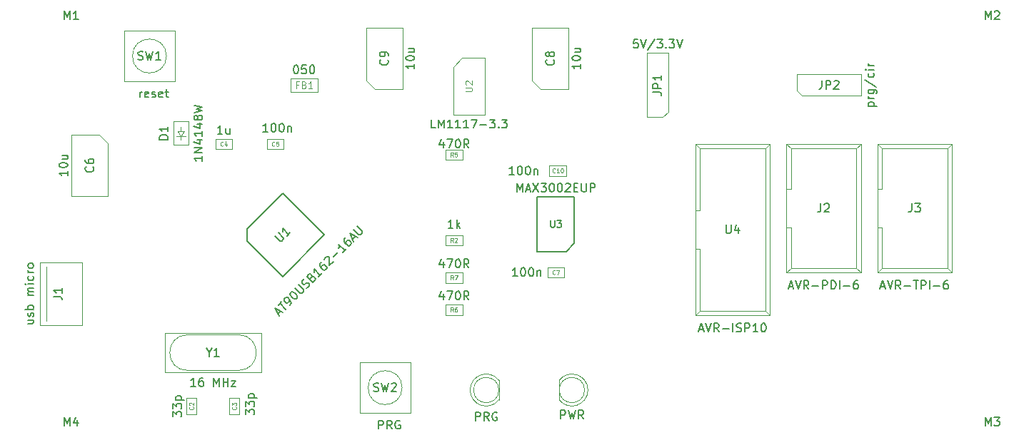
<source format=gbr>
%TF.GenerationSoftware,KiCad,Pcbnew,5.1.5-1.fc31*%
%TF.CreationDate,2020-04-02T16:35:23+02:00*%
%TF.ProjectId,avrisp-mkII-clone,61767269-7370-42d6-9d6b-49492d636c6f,1.0*%
%TF.SameCoordinates,PX54c81a0PY82ce540*%
%TF.FileFunction,Other,Fab,Top*%
%FSLAX46Y46*%
G04 Gerber Fmt 4.6, Leading zero omitted, Abs format (unit mm)*
G04 Created by KiCad (PCBNEW 5.1.5-1.fc31) date 2020-04-02 16:35:23*
%MOMM*%
%LPD*%
G04 APERTURE LIST*
%ADD10C,0.100000*%
%ADD11C,0.150000*%
%ADD12C,0.080000*%
%ADD13C,0.120000*%
G04 APERTURE END LIST*
D10*
%TO.C,SW1*%
X12140000Y49010000D02*
X15140000Y49010000D01*
X15140000Y49010000D02*
X15140000Y43010000D01*
X15140000Y43010000D02*
X9140000Y43010000D01*
X9140000Y43010000D02*
X9140000Y49010000D01*
X9140000Y49010000D02*
X12140000Y49010000D01*
X14155564Y46010000D02*
G75*
G03X14155564Y46010000I-2015564J0D01*
G01*
%TO.C,D1*%
X15875000Y37080000D02*
X15875000Y37580000D01*
X16275000Y37080000D02*
X15875000Y36480000D01*
X15475000Y37080000D02*
X16275000Y37080000D01*
X15875000Y36480000D02*
X15475000Y37080000D01*
X15875000Y36480000D02*
X16425000Y36480000D01*
X15875000Y36480000D02*
X15325000Y36480000D01*
X15875000Y36080000D02*
X15875000Y36480000D01*
X16775000Y35430000D02*
X14975000Y35430000D01*
X16775000Y38230000D02*
X16775000Y35430000D01*
X14975000Y38230000D02*
X16775000Y38230000D01*
X14975000Y35430000D02*
X14975000Y38230000D01*
%TO.C,C9*%
X42155000Y49370000D02*
X37855000Y49370000D01*
X42155000Y42070000D02*
X42155000Y49370000D01*
X38855000Y42070000D02*
X42155000Y42070000D01*
X37855000Y43070000D02*
X38855000Y42070000D01*
X37855000Y49370000D02*
X37855000Y43070000D01*
%TO.C,C8*%
X61840000Y49370000D02*
X57540000Y49370000D01*
X61840000Y42070000D02*
X61840000Y49370000D01*
X58540000Y42070000D02*
X61840000Y42070000D01*
X57540000Y43070000D02*
X58540000Y42070000D01*
X57540000Y49370000D02*
X57540000Y43070000D01*
%TO.C,C6*%
X2930000Y29370000D02*
X7230000Y29370000D01*
X2930000Y36670000D02*
X2930000Y29370000D01*
X6230000Y36670000D02*
X2930000Y36670000D01*
X7230000Y35670000D02*
X6230000Y36670000D01*
X7230000Y29370000D02*
X7230000Y35670000D01*
%TO.C,J3*%
X98445000Y20300000D02*
X98995000Y20860000D01*
X98445000Y35580000D02*
X98995000Y35040000D01*
X107295000Y20300000D02*
X106745000Y20860000D01*
X107295000Y35580000D02*
X106745000Y35040000D01*
X106745000Y20860000D02*
X98995000Y20860000D01*
X107295000Y20300000D02*
X98445000Y20300000D01*
X106745000Y35040000D02*
X98995000Y35040000D01*
X107295000Y35580000D02*
X98445000Y35580000D01*
X98995000Y25690000D02*
X98445000Y25690000D01*
X98995000Y30190000D02*
X98445000Y30190000D01*
X98995000Y25690000D02*
X98995000Y20860000D01*
X98995000Y35040000D02*
X98995000Y30190000D01*
X98445000Y35580000D02*
X98445000Y20300000D01*
X106745000Y35040000D02*
X106745000Y20860000D01*
X107295000Y35580000D02*
X107295000Y20300000D01*
%TO.C,J2*%
X87650000Y20300000D02*
X88200000Y20860000D01*
X87650000Y35580000D02*
X88200000Y35040000D01*
X96500000Y20300000D02*
X95950000Y20860000D01*
X96500000Y35580000D02*
X95950000Y35040000D01*
X95950000Y20860000D02*
X88200000Y20860000D01*
X96500000Y20300000D02*
X87650000Y20300000D01*
X95950000Y35040000D02*
X88200000Y35040000D01*
X96500000Y35580000D02*
X87650000Y35580000D01*
X88200000Y25690000D02*
X87650000Y25690000D01*
X88200000Y30190000D02*
X87650000Y30190000D01*
X88200000Y25690000D02*
X88200000Y20860000D01*
X88200000Y35040000D02*
X88200000Y30190000D01*
X87650000Y35580000D02*
X87650000Y20300000D01*
X95950000Y35040000D02*
X95950000Y20860000D01*
X96500000Y35580000D02*
X96500000Y20300000D01*
%TO.C,C2*%
X16545000Y5445000D02*
X17745000Y5445000D01*
X17745000Y5445000D02*
X17745000Y3445000D01*
X17745000Y3445000D02*
X16545000Y3445000D01*
X16545000Y3445000D02*
X16545000Y5445000D01*
%TO.C,C3*%
X21625000Y5445000D02*
X22825000Y5445000D01*
X22825000Y5445000D02*
X22825000Y3445000D01*
X22825000Y3445000D02*
X21625000Y3445000D01*
X21625000Y3445000D02*
X21625000Y5445000D01*
%TO.C,C4*%
X19955000Y36160000D02*
X21955000Y36160000D01*
X19955000Y34960000D02*
X19955000Y36160000D01*
X21955000Y34960000D02*
X19955000Y34960000D01*
X21955000Y36160000D02*
X21955000Y34960000D01*
%TO.C,C5*%
X28060000Y36160000D02*
X28060000Y34960000D01*
X28060000Y34960000D02*
X26060000Y34960000D01*
X26060000Y34960000D02*
X26060000Y36160000D01*
X26060000Y36160000D02*
X28060000Y36160000D01*
%TO.C,C7*%
X59325000Y20920000D02*
X61325000Y20920000D01*
X59325000Y19720000D02*
X59325000Y20920000D01*
X61325000Y19720000D02*
X59325000Y19720000D01*
X61325000Y20920000D02*
X61325000Y19720000D01*
%TO.C,C10*%
X59570000Y31785000D02*
X59570000Y32985000D01*
X59570000Y32985000D02*
X61570000Y32985000D01*
X61570000Y32985000D02*
X61570000Y31785000D01*
X61570000Y31785000D02*
X59570000Y31785000D01*
%TO.C,D2*%
X60729445Y5184524D02*
G75*
G03X60730000Y7516190I1500555J1165476D01*
G01*
X63730000Y6350000D02*
G75*
G03X63730000Y6350000I-1500000J0D01*
G01*
X60730000Y7516190D02*
X60730000Y5183810D01*
%TO.C,D3*%
X53570000Y5183810D02*
X53570000Y7516190D01*
X53570000Y6350000D02*
G75*
G03X53570000Y6350000I-1500000J0D01*
G01*
X53570555Y7515476D02*
G75*
G03X53570000Y5183810I-1500555J-1165476D01*
G01*
%TO.C,FB1*%
X32080000Y43345000D02*
X32080000Y41745000D01*
X32080000Y41745000D02*
X28880000Y41745000D01*
X28880000Y41745000D02*
X28880000Y43345000D01*
X28880000Y43345000D02*
X32080000Y43345000D01*
%TO.C,J1*%
X-810000Y14030000D02*
X-810000Y21530000D01*
X4190000Y14030000D02*
X-810000Y14030000D01*
X4190000Y21530000D02*
X4190000Y14030000D01*
X-810000Y21530000D02*
X4190000Y21530000D01*
X-110000Y21030000D02*
X-110000Y14530000D01*
%TO.C,JP1*%
X73025000Y38735000D02*
X71120000Y38735000D01*
X71120000Y38735000D02*
X71120000Y46355000D01*
X71120000Y46355000D02*
X73660000Y46355000D01*
X73660000Y46355000D02*
X73660000Y39370000D01*
X73660000Y39370000D02*
X73025000Y38735000D01*
%TO.C,JP2*%
X89535000Y41275000D02*
X88900000Y41910000D01*
X96520000Y41275000D02*
X89535000Y41275000D01*
X96520000Y43815000D02*
X96520000Y41275000D01*
X88900000Y43815000D02*
X96520000Y43815000D01*
X88900000Y41910000D02*
X88900000Y43815000D01*
%TO.C,R2*%
X47260000Y23530000D02*
X47260000Y24730000D01*
X47260000Y24730000D02*
X49260000Y24730000D01*
X49260000Y24730000D02*
X49260000Y23530000D01*
X49260000Y23530000D02*
X47260000Y23530000D01*
%TO.C,R5*%
X47260000Y33690000D02*
X47260000Y34890000D01*
X47260000Y34890000D02*
X49260000Y34890000D01*
X49260000Y34890000D02*
X49260000Y33690000D01*
X49260000Y33690000D02*
X47260000Y33690000D01*
%TO.C,R6*%
X47260000Y16475000D02*
X49260000Y16475000D01*
X47260000Y15275000D02*
X47260000Y16475000D01*
X49260000Y15275000D02*
X47260000Y15275000D01*
X49260000Y16475000D02*
X49260000Y15275000D01*
%TO.C,R7*%
X47260000Y20285000D02*
X49260000Y20285000D01*
X47260000Y19085000D02*
X47260000Y20285000D01*
X49260000Y19085000D02*
X47260000Y19085000D01*
X49260000Y20285000D02*
X49260000Y19085000D01*
%TO.C,SW2*%
X42095564Y6640000D02*
G75*
G03X42095564Y6640000I-2015564J0D01*
G01*
X37080000Y9640000D02*
X40080000Y9640000D01*
X37080000Y3640000D02*
X37080000Y9640000D01*
X43080000Y3640000D02*
X37080000Y3640000D01*
X43080000Y9640000D02*
X43080000Y3640000D01*
X40080000Y9640000D02*
X43080000Y9640000D01*
D11*
%TO.C,U1*%
X23697359Y25472107D02*
X27940000Y29714747D01*
X27940000Y29714747D02*
X32889747Y24765000D01*
X32889747Y24765000D02*
X27940000Y19815253D01*
X27940000Y19815253D02*
X23697359Y24057893D01*
X23697359Y24057893D02*
X23697359Y25472107D01*
D10*
%TO.C,U2*%
X48188000Y44718000D02*
X49238000Y45768000D01*
X48188000Y44718000D02*
X48188000Y39068000D01*
X49238000Y45768000D02*
X51888000Y45768000D01*
X48188000Y39068000D02*
X51888000Y39068000D01*
X51888000Y45768000D02*
X51888000Y39068000D01*
D11*
%TO.C,U3*%
X61525000Y22785000D02*
X58125000Y22785000D01*
X58125000Y22785000D02*
X58125000Y29285000D01*
X58125000Y29285000D02*
X62525000Y29285000D01*
X62525000Y29285000D02*
X62525000Y23785000D01*
X62525000Y23785000D02*
X61525000Y22785000D01*
D10*
%TO.C,U4*%
X85705000Y35580000D02*
X85705000Y15220000D01*
X85155000Y35040000D02*
X85155000Y15780000D01*
X76855000Y35580000D02*
X76855000Y15220000D01*
X77405000Y35040000D02*
X77405000Y27650000D01*
X77405000Y23150000D02*
X77405000Y15780000D01*
X77405000Y27650000D02*
X76855000Y27650000D01*
X77405000Y23150000D02*
X76855000Y23150000D01*
X85705000Y35580000D02*
X76855000Y35580000D01*
X85155000Y35040000D02*
X77405000Y35040000D01*
X85705000Y15220000D02*
X76855000Y15220000D01*
X85155000Y15780000D02*
X77405000Y15780000D01*
X85705000Y35580000D02*
X85155000Y35040000D01*
X85705000Y15220000D02*
X85155000Y15780000D01*
X76855000Y35580000D02*
X77405000Y35040000D01*
X76855000Y15220000D02*
X77405000Y15780000D01*
%TO.C,Y1*%
X13985000Y13145000D02*
X13985000Y8445000D01*
X13985000Y8445000D02*
X25385000Y8445000D01*
X25385000Y8445000D02*
X25385000Y13145000D01*
X25385000Y13145000D02*
X13985000Y13145000D01*
X16670000Y12910000D02*
X22700000Y12910000D01*
X16670000Y8680000D02*
X22700000Y8680000D01*
X16670000Y8680000D02*
G75*
G02X16670000Y12910000I0J2115000D01*
G01*
X22700000Y8680000D02*
G75*
G03X22700000Y12910000I0J2115000D01*
G01*
%TD*%
%TO.C,M4*%
D11*
X2030476Y2087620D02*
X2030476Y3087620D01*
X2363809Y2373334D01*
X2697142Y3087620D01*
X2697142Y2087620D01*
X3601904Y2754286D02*
X3601904Y2087620D01*
X3363809Y3135239D02*
X3125714Y2420953D01*
X3744761Y2420953D01*
%TO.C,M3*%
X111250476Y2087620D02*
X111250476Y3087620D01*
X111583809Y2373334D01*
X111917142Y3087620D01*
X111917142Y2087620D01*
X112298095Y3087620D02*
X112917142Y3087620D01*
X112583809Y2706667D01*
X112726666Y2706667D01*
X112821904Y2659048D01*
X112869523Y2611429D01*
X112917142Y2516191D01*
X112917142Y2278096D01*
X112869523Y2182858D01*
X112821904Y2135239D01*
X112726666Y2087620D01*
X112440952Y2087620D01*
X112345714Y2135239D01*
X112298095Y2182858D01*
%TO.C,M2*%
X111250476Y50347620D02*
X111250476Y51347620D01*
X111583809Y50633334D01*
X111917142Y51347620D01*
X111917142Y50347620D01*
X112345714Y51252381D02*
X112393333Y51300000D01*
X112488571Y51347620D01*
X112726666Y51347620D01*
X112821904Y51300000D01*
X112869523Y51252381D01*
X112917142Y51157143D01*
X112917142Y51061905D01*
X112869523Y50919048D01*
X112298095Y50347620D01*
X112917142Y50347620D01*
%TO.C,M1*%
X2030476Y50347620D02*
X2030476Y51347620D01*
X2363809Y50633334D01*
X2697142Y51347620D01*
X2697142Y50347620D01*
X3697142Y50347620D02*
X3125714Y50347620D01*
X3411428Y50347620D02*
X3411428Y51347620D01*
X3316190Y51204762D01*
X3220952Y51109524D01*
X3125714Y51061905D01*
%TO.C,SW1*%
X11020952Y41107620D02*
X11020952Y41774286D01*
X11020952Y41583810D02*
X11068571Y41679048D01*
X11116190Y41726667D01*
X11211428Y41774286D01*
X11306666Y41774286D01*
X12020952Y41155239D02*
X11925714Y41107620D01*
X11735238Y41107620D01*
X11640000Y41155239D01*
X11592380Y41250477D01*
X11592380Y41631429D01*
X11640000Y41726667D01*
X11735238Y41774286D01*
X11925714Y41774286D01*
X12020952Y41726667D01*
X12068571Y41631429D01*
X12068571Y41536191D01*
X11592380Y41440953D01*
X12449523Y41155239D02*
X12544761Y41107620D01*
X12735238Y41107620D01*
X12830476Y41155239D01*
X12878095Y41250477D01*
X12878095Y41298096D01*
X12830476Y41393334D01*
X12735238Y41440953D01*
X12592380Y41440953D01*
X12497142Y41488572D01*
X12449523Y41583810D01*
X12449523Y41631429D01*
X12497142Y41726667D01*
X12592380Y41774286D01*
X12735238Y41774286D01*
X12830476Y41726667D01*
X13687619Y41155239D02*
X13592380Y41107620D01*
X13401904Y41107620D01*
X13306666Y41155239D01*
X13259047Y41250477D01*
X13259047Y41631429D01*
X13306666Y41726667D01*
X13401904Y41774286D01*
X13592380Y41774286D01*
X13687619Y41726667D01*
X13735238Y41631429D01*
X13735238Y41536191D01*
X13259047Y41440953D01*
X14020952Y41774286D02*
X14401904Y41774286D01*
X14163809Y42107620D02*
X14163809Y41250477D01*
X14211428Y41155239D01*
X14306666Y41107620D01*
X14401904Y41107620D01*
X10806666Y45605239D02*
X10949523Y45557620D01*
X11187619Y45557620D01*
X11282857Y45605239D01*
X11330476Y45652858D01*
X11378095Y45748096D01*
X11378095Y45843334D01*
X11330476Y45938572D01*
X11282857Y45986191D01*
X11187619Y46033810D01*
X10997142Y46081429D01*
X10901904Y46129048D01*
X10854285Y46176667D01*
X10806666Y46271905D01*
X10806666Y46367143D01*
X10854285Y46462381D01*
X10901904Y46510000D01*
X10997142Y46557620D01*
X11235238Y46557620D01*
X11378095Y46510000D01*
X11711428Y46557620D02*
X11949523Y45557620D01*
X12140000Y46271905D01*
X12330476Y45557620D01*
X12568571Y46557620D01*
X13473333Y45557620D02*
X12901904Y45557620D01*
X13187619Y45557620D02*
X13187619Y46557620D01*
X13092380Y46414762D01*
X12997142Y46319524D01*
X12901904Y46271905D01*
%TO.C,D1*%
X18427380Y34115715D02*
X18427380Y33544286D01*
X18427380Y33830000D02*
X17427380Y33830000D01*
X17570238Y33734762D01*
X17665476Y33639524D01*
X17713095Y33544286D01*
X18427380Y34544286D02*
X17427380Y34544286D01*
X18427380Y35115715D01*
X17427380Y35115715D01*
X17760714Y36020477D02*
X18427380Y36020477D01*
X17379761Y35782381D02*
X18094047Y35544286D01*
X18094047Y36163334D01*
X18427380Y37068096D02*
X18427380Y36496667D01*
X18427380Y36782381D02*
X17427380Y36782381D01*
X17570238Y36687143D01*
X17665476Y36591905D01*
X17713095Y36496667D01*
X17760714Y37925239D02*
X18427380Y37925239D01*
X17379761Y37687143D02*
X18094047Y37449048D01*
X18094047Y38068096D01*
X17855952Y38591905D02*
X17808333Y38496667D01*
X17760714Y38449048D01*
X17665476Y38401429D01*
X17617857Y38401429D01*
X17522619Y38449048D01*
X17475000Y38496667D01*
X17427380Y38591905D01*
X17427380Y38782381D01*
X17475000Y38877620D01*
X17522619Y38925239D01*
X17617857Y38972858D01*
X17665476Y38972858D01*
X17760714Y38925239D01*
X17808333Y38877620D01*
X17855952Y38782381D01*
X17855952Y38591905D01*
X17903571Y38496667D01*
X17951190Y38449048D01*
X18046428Y38401429D01*
X18236904Y38401429D01*
X18332142Y38449048D01*
X18379761Y38496667D01*
X18427380Y38591905D01*
X18427380Y38782381D01*
X18379761Y38877620D01*
X18332142Y38925239D01*
X18236904Y38972858D01*
X18046428Y38972858D01*
X17951190Y38925239D01*
X17903571Y38877620D01*
X17855952Y38782381D01*
X17427380Y39306191D02*
X18427380Y39544286D01*
X17713095Y39734762D01*
X18427380Y39925239D01*
X17427380Y40163334D01*
X14327380Y36091905D02*
X13327380Y36091905D01*
X13327380Y36330000D01*
X13375000Y36472858D01*
X13470238Y36568096D01*
X13565476Y36615715D01*
X13755952Y36663334D01*
X13898809Y36663334D01*
X14089285Y36615715D01*
X14184523Y36568096D01*
X14279761Y36472858D01*
X14327380Y36330000D01*
X14327380Y36091905D01*
X14327380Y37615715D02*
X14327380Y37044286D01*
X14327380Y37330000D02*
X13327380Y37330000D01*
X13470238Y37234762D01*
X13565476Y37139524D01*
X13613095Y37044286D01*
%TO.C,C9*%
X43557380Y45077143D02*
X43557380Y44505715D01*
X43557380Y44791429D02*
X42557380Y44791429D01*
X42700238Y44696191D01*
X42795476Y44600953D01*
X42843095Y44505715D01*
X42557380Y45696191D02*
X42557380Y45791429D01*
X42605000Y45886667D01*
X42652619Y45934286D01*
X42747857Y45981905D01*
X42938333Y46029524D01*
X43176428Y46029524D01*
X43366904Y45981905D01*
X43462142Y45934286D01*
X43509761Y45886667D01*
X43557380Y45791429D01*
X43557380Y45696191D01*
X43509761Y45600953D01*
X43462142Y45553334D01*
X43366904Y45505715D01*
X43176428Y45458096D01*
X42938333Y45458096D01*
X42747857Y45505715D01*
X42652619Y45553334D01*
X42605000Y45600953D01*
X42557380Y45696191D01*
X42890714Y46886667D02*
X43557380Y46886667D01*
X42890714Y46458096D02*
X43414523Y46458096D01*
X43509761Y46505715D01*
X43557380Y46600953D01*
X43557380Y46743810D01*
X43509761Y46839048D01*
X43462142Y46886667D01*
X40362142Y45553334D02*
X40409761Y45505715D01*
X40457380Y45362858D01*
X40457380Y45267620D01*
X40409761Y45124762D01*
X40314523Y45029524D01*
X40219285Y44981905D01*
X40028809Y44934286D01*
X39885952Y44934286D01*
X39695476Y44981905D01*
X39600238Y45029524D01*
X39505000Y45124762D01*
X39457380Y45267620D01*
X39457380Y45362858D01*
X39505000Y45505715D01*
X39552619Y45553334D01*
X40457380Y46029524D02*
X40457380Y46220000D01*
X40409761Y46315239D01*
X40362142Y46362858D01*
X40219285Y46458096D01*
X40028809Y46505715D01*
X39647857Y46505715D01*
X39552619Y46458096D01*
X39505000Y46410477D01*
X39457380Y46315239D01*
X39457380Y46124762D01*
X39505000Y46029524D01*
X39552619Y45981905D01*
X39647857Y45934286D01*
X39885952Y45934286D01*
X39981190Y45981905D01*
X40028809Y46029524D01*
X40076428Y46124762D01*
X40076428Y46315239D01*
X40028809Y46410477D01*
X39981190Y46458096D01*
X39885952Y46505715D01*
%TO.C,C8*%
X63242380Y45077143D02*
X63242380Y44505715D01*
X63242380Y44791429D02*
X62242380Y44791429D01*
X62385238Y44696191D01*
X62480476Y44600953D01*
X62528095Y44505715D01*
X62242380Y45696191D02*
X62242380Y45791429D01*
X62290000Y45886667D01*
X62337619Y45934286D01*
X62432857Y45981905D01*
X62623333Y46029524D01*
X62861428Y46029524D01*
X63051904Y45981905D01*
X63147142Y45934286D01*
X63194761Y45886667D01*
X63242380Y45791429D01*
X63242380Y45696191D01*
X63194761Y45600953D01*
X63147142Y45553334D01*
X63051904Y45505715D01*
X62861428Y45458096D01*
X62623333Y45458096D01*
X62432857Y45505715D01*
X62337619Y45553334D01*
X62290000Y45600953D01*
X62242380Y45696191D01*
X62575714Y46886667D02*
X63242380Y46886667D01*
X62575714Y46458096D02*
X63099523Y46458096D01*
X63194761Y46505715D01*
X63242380Y46600953D01*
X63242380Y46743810D01*
X63194761Y46839048D01*
X63147142Y46886667D01*
X60047142Y45553334D02*
X60094761Y45505715D01*
X60142380Y45362858D01*
X60142380Y45267620D01*
X60094761Y45124762D01*
X59999523Y45029524D01*
X59904285Y44981905D01*
X59713809Y44934286D01*
X59570952Y44934286D01*
X59380476Y44981905D01*
X59285238Y45029524D01*
X59190000Y45124762D01*
X59142380Y45267620D01*
X59142380Y45362858D01*
X59190000Y45505715D01*
X59237619Y45553334D01*
X59570952Y46124762D02*
X59523333Y46029524D01*
X59475714Y45981905D01*
X59380476Y45934286D01*
X59332857Y45934286D01*
X59237619Y45981905D01*
X59190000Y46029524D01*
X59142380Y46124762D01*
X59142380Y46315239D01*
X59190000Y46410477D01*
X59237619Y46458096D01*
X59332857Y46505715D01*
X59380476Y46505715D01*
X59475714Y46458096D01*
X59523333Y46410477D01*
X59570952Y46315239D01*
X59570952Y46124762D01*
X59618571Y46029524D01*
X59666190Y45981905D01*
X59761428Y45934286D01*
X59951904Y45934286D01*
X60047142Y45981905D01*
X60094761Y46029524D01*
X60142380Y46124762D01*
X60142380Y46315239D01*
X60094761Y46410477D01*
X60047142Y46458096D01*
X59951904Y46505715D01*
X59761428Y46505715D01*
X59666190Y46458096D01*
X59618571Y46410477D01*
X59570952Y46315239D01*
%TO.C,C6*%
X2432380Y32377143D02*
X2432380Y31805715D01*
X2432380Y32091429D02*
X1432380Y32091429D01*
X1575238Y31996191D01*
X1670476Y31900953D01*
X1718095Y31805715D01*
X1432380Y32996191D02*
X1432380Y33091429D01*
X1480000Y33186667D01*
X1527619Y33234286D01*
X1622857Y33281905D01*
X1813333Y33329524D01*
X2051428Y33329524D01*
X2241904Y33281905D01*
X2337142Y33234286D01*
X2384761Y33186667D01*
X2432380Y33091429D01*
X2432380Y32996191D01*
X2384761Y32900953D01*
X2337142Y32853334D01*
X2241904Y32805715D01*
X2051428Y32758096D01*
X1813333Y32758096D01*
X1622857Y32805715D01*
X1527619Y32853334D01*
X1480000Y32900953D01*
X1432380Y32996191D01*
X1765714Y34186667D02*
X2432380Y34186667D01*
X1765714Y33758096D02*
X2289523Y33758096D01*
X2384761Y33805715D01*
X2432380Y33900953D01*
X2432380Y34043810D01*
X2384761Y34139048D01*
X2337142Y34186667D01*
X5437142Y32853334D02*
X5484761Y32805715D01*
X5532380Y32662858D01*
X5532380Y32567620D01*
X5484761Y32424762D01*
X5389523Y32329524D01*
X5294285Y32281905D01*
X5103809Y32234286D01*
X4960952Y32234286D01*
X4770476Y32281905D01*
X4675238Y32329524D01*
X4580000Y32424762D01*
X4532380Y32567620D01*
X4532380Y32662858D01*
X4580000Y32805715D01*
X4627619Y32853334D01*
X4532380Y33710477D02*
X4532380Y33520000D01*
X4580000Y33424762D01*
X4627619Y33377143D01*
X4770476Y33281905D01*
X4960952Y33234286D01*
X5341904Y33234286D01*
X5437142Y33281905D01*
X5484761Y33329524D01*
X5532380Y33424762D01*
X5532380Y33615239D01*
X5484761Y33710477D01*
X5437142Y33758096D01*
X5341904Y33805715D01*
X5103809Y33805715D01*
X5008571Y33758096D01*
X4960952Y33710477D01*
X4913333Y33615239D01*
X4913333Y33424762D01*
X4960952Y33329524D01*
X5008571Y33281905D01*
X5103809Y33234286D01*
%TO.C,J3*%
X98870000Y18629334D02*
X99346190Y18629334D01*
X98774761Y18343620D02*
X99108095Y19343620D01*
X99441428Y18343620D01*
X99631904Y19343620D02*
X99965238Y18343620D01*
X100298571Y19343620D01*
X101203333Y18343620D02*
X100870000Y18819810D01*
X100631904Y18343620D02*
X100631904Y19343620D01*
X101012857Y19343620D01*
X101108095Y19296000D01*
X101155714Y19248381D01*
X101203333Y19153143D01*
X101203333Y19010286D01*
X101155714Y18915048D01*
X101108095Y18867429D01*
X101012857Y18819810D01*
X100631904Y18819810D01*
X101631904Y18724572D02*
X102393809Y18724572D01*
X102727142Y19343620D02*
X103298571Y19343620D01*
X103012857Y18343620D02*
X103012857Y19343620D01*
X103631904Y18343620D02*
X103631904Y19343620D01*
X104012857Y19343620D01*
X104108095Y19296000D01*
X104155714Y19248381D01*
X104203333Y19153143D01*
X104203333Y19010286D01*
X104155714Y18915048D01*
X104108095Y18867429D01*
X104012857Y18819810D01*
X103631904Y18819810D01*
X104631904Y18343620D02*
X104631904Y19343620D01*
X105108095Y18724572D02*
X105870000Y18724572D01*
X106774761Y19343620D02*
X106584285Y19343620D01*
X106489047Y19296000D01*
X106441428Y19248381D01*
X106346190Y19105524D01*
X106298571Y18915048D01*
X106298571Y18534096D01*
X106346190Y18438858D01*
X106393809Y18391239D01*
X106489047Y18343620D01*
X106679523Y18343620D01*
X106774761Y18391239D01*
X106822380Y18438858D01*
X106870000Y18534096D01*
X106870000Y18772191D01*
X106822380Y18867429D01*
X106774761Y18915048D01*
X106679523Y18962667D01*
X106489047Y18962667D01*
X106393809Y18915048D01*
X106346190Y18867429D01*
X106298571Y18772191D01*
X102536666Y28487620D02*
X102536666Y27773334D01*
X102489047Y27630477D01*
X102393809Y27535239D01*
X102250952Y27487620D01*
X102155714Y27487620D01*
X102917619Y28487620D02*
X103536666Y28487620D01*
X103203333Y28106667D01*
X103346190Y28106667D01*
X103441428Y28059048D01*
X103489047Y28011429D01*
X103536666Y27916191D01*
X103536666Y27678096D01*
X103489047Y27582858D01*
X103441428Y27535239D01*
X103346190Y27487620D01*
X103060476Y27487620D01*
X102965238Y27535239D01*
X102917619Y27582858D01*
%TO.C,J2*%
X87955952Y18629334D02*
X88432142Y18629334D01*
X87860714Y18343620D02*
X88194047Y19343620D01*
X88527380Y18343620D01*
X88717857Y19343620D02*
X89051190Y18343620D01*
X89384523Y19343620D01*
X90289285Y18343620D02*
X89955952Y18819810D01*
X89717857Y18343620D02*
X89717857Y19343620D01*
X90098809Y19343620D01*
X90194047Y19296000D01*
X90241666Y19248381D01*
X90289285Y19153143D01*
X90289285Y19010286D01*
X90241666Y18915048D01*
X90194047Y18867429D01*
X90098809Y18819810D01*
X89717857Y18819810D01*
X90717857Y18724572D02*
X91479761Y18724572D01*
X91955952Y18343620D02*
X91955952Y19343620D01*
X92336904Y19343620D01*
X92432142Y19296000D01*
X92479761Y19248381D01*
X92527380Y19153143D01*
X92527380Y19010286D01*
X92479761Y18915048D01*
X92432142Y18867429D01*
X92336904Y18819810D01*
X91955952Y18819810D01*
X92955952Y18343620D02*
X92955952Y19343620D01*
X93194047Y19343620D01*
X93336904Y19296000D01*
X93432142Y19200762D01*
X93479761Y19105524D01*
X93527380Y18915048D01*
X93527380Y18772191D01*
X93479761Y18581715D01*
X93432142Y18486477D01*
X93336904Y18391239D01*
X93194047Y18343620D01*
X92955952Y18343620D01*
X93955952Y18343620D02*
X93955952Y19343620D01*
X94432142Y18724572D02*
X95194047Y18724572D01*
X96098809Y19343620D02*
X95908333Y19343620D01*
X95813095Y19296000D01*
X95765476Y19248381D01*
X95670238Y19105524D01*
X95622619Y18915048D01*
X95622619Y18534096D01*
X95670238Y18438858D01*
X95717857Y18391239D01*
X95813095Y18343620D01*
X96003571Y18343620D01*
X96098809Y18391239D01*
X96146428Y18438858D01*
X96194047Y18534096D01*
X96194047Y18772191D01*
X96146428Y18867429D01*
X96098809Y18915048D01*
X96003571Y18962667D01*
X95813095Y18962667D01*
X95717857Y18915048D01*
X95670238Y18867429D01*
X95622619Y18772191D01*
X91741666Y28487620D02*
X91741666Y27773334D01*
X91694047Y27630477D01*
X91598809Y27535239D01*
X91455952Y27487620D01*
X91360714Y27487620D01*
X92170238Y28392381D02*
X92217857Y28440000D01*
X92313095Y28487620D01*
X92551190Y28487620D01*
X92646428Y28440000D01*
X92694047Y28392381D01*
X92741666Y28297143D01*
X92741666Y28201905D01*
X92694047Y28059048D01*
X92122619Y27487620D01*
X92741666Y27487620D01*
%TO.C,C2*%
X14947380Y3183096D02*
X14947380Y3802143D01*
X15328333Y3468810D01*
X15328333Y3611667D01*
X15375952Y3706905D01*
X15423571Y3754524D01*
X15518809Y3802143D01*
X15756904Y3802143D01*
X15852142Y3754524D01*
X15899761Y3706905D01*
X15947380Y3611667D01*
X15947380Y3325953D01*
X15899761Y3230715D01*
X15852142Y3183096D01*
X14947380Y4135477D02*
X14947380Y4754524D01*
X15328333Y4421191D01*
X15328333Y4564048D01*
X15375952Y4659286D01*
X15423571Y4706905D01*
X15518809Y4754524D01*
X15756904Y4754524D01*
X15852142Y4706905D01*
X15899761Y4659286D01*
X15947380Y4564048D01*
X15947380Y4278334D01*
X15899761Y4183096D01*
X15852142Y4135477D01*
X15280714Y5183096D02*
X16280714Y5183096D01*
X15328333Y5183096D02*
X15280714Y5278334D01*
X15280714Y5468810D01*
X15328333Y5564048D01*
X15375952Y5611667D01*
X15471190Y5659286D01*
X15756904Y5659286D01*
X15852142Y5611667D01*
X15899761Y5564048D01*
X15947380Y5468810D01*
X15947380Y5278334D01*
X15899761Y5183096D01*
D12*
X17323571Y4361667D02*
X17347380Y4337858D01*
X17371190Y4266429D01*
X17371190Y4218810D01*
X17347380Y4147381D01*
X17299761Y4099762D01*
X17252142Y4075953D01*
X17156904Y4052143D01*
X17085476Y4052143D01*
X16990238Y4075953D01*
X16942619Y4099762D01*
X16895000Y4147381D01*
X16871190Y4218810D01*
X16871190Y4266429D01*
X16895000Y4337858D01*
X16918809Y4361667D01*
X16918809Y4552143D02*
X16895000Y4575953D01*
X16871190Y4623572D01*
X16871190Y4742620D01*
X16895000Y4790239D01*
X16918809Y4814048D01*
X16966428Y4837858D01*
X17014047Y4837858D01*
X17085476Y4814048D01*
X17371190Y4528334D01*
X17371190Y4837858D01*
%TO.C,C3*%
D11*
X23582380Y3428096D02*
X23582380Y4047143D01*
X23963333Y3713810D01*
X23963333Y3856667D01*
X24010952Y3951905D01*
X24058571Y3999524D01*
X24153809Y4047143D01*
X24391904Y4047143D01*
X24487142Y3999524D01*
X24534761Y3951905D01*
X24582380Y3856667D01*
X24582380Y3570953D01*
X24534761Y3475715D01*
X24487142Y3428096D01*
X23582380Y4380477D02*
X23582380Y4999524D01*
X23963333Y4666191D01*
X23963333Y4809048D01*
X24010952Y4904286D01*
X24058571Y4951905D01*
X24153809Y4999524D01*
X24391904Y4999524D01*
X24487142Y4951905D01*
X24534761Y4904286D01*
X24582380Y4809048D01*
X24582380Y4523334D01*
X24534761Y4428096D01*
X24487142Y4380477D01*
X23915714Y5428096D02*
X24915714Y5428096D01*
X23963333Y5428096D02*
X23915714Y5523334D01*
X23915714Y5713810D01*
X23963333Y5809048D01*
X24010952Y5856667D01*
X24106190Y5904286D01*
X24391904Y5904286D01*
X24487142Y5856667D01*
X24534761Y5809048D01*
X24582380Y5713810D01*
X24582380Y5523334D01*
X24534761Y5428096D01*
D12*
X22403571Y4361667D02*
X22427380Y4337858D01*
X22451190Y4266429D01*
X22451190Y4218810D01*
X22427380Y4147381D01*
X22379761Y4099762D01*
X22332142Y4075953D01*
X22236904Y4052143D01*
X22165476Y4052143D01*
X22070238Y4075953D01*
X22022619Y4099762D01*
X21975000Y4147381D01*
X21951190Y4218810D01*
X21951190Y4266429D01*
X21975000Y4337858D01*
X21998809Y4361667D01*
X21951190Y4528334D02*
X21951190Y4837858D01*
X22141666Y4671191D01*
X22141666Y4742620D01*
X22165476Y4790239D01*
X22189285Y4814048D01*
X22236904Y4837858D01*
X22355952Y4837858D01*
X22403571Y4814048D01*
X22427380Y4790239D01*
X22451190Y4742620D01*
X22451190Y4599762D01*
X22427380Y4552143D01*
X22403571Y4528334D01*
%TO.C,C4*%
D11*
X20788333Y36757620D02*
X20216904Y36757620D01*
X20502619Y36757620D02*
X20502619Y37757620D01*
X20407380Y37614762D01*
X20312142Y37519524D01*
X20216904Y37471905D01*
X21645476Y37424286D02*
X21645476Y36757620D01*
X21216904Y37424286D02*
X21216904Y36900477D01*
X21264523Y36805239D01*
X21359761Y36757620D01*
X21502619Y36757620D01*
X21597857Y36805239D01*
X21645476Y36852858D01*
D12*
X20871666Y35381429D02*
X20847857Y35357620D01*
X20776428Y35333810D01*
X20728809Y35333810D01*
X20657380Y35357620D01*
X20609761Y35405239D01*
X20585952Y35452858D01*
X20562142Y35548096D01*
X20562142Y35619524D01*
X20585952Y35714762D01*
X20609761Y35762381D01*
X20657380Y35810000D01*
X20728809Y35833810D01*
X20776428Y35833810D01*
X20847857Y35810000D01*
X20871666Y35786191D01*
X21300238Y35667143D02*
X21300238Y35333810D01*
X21181190Y35857620D02*
X21062142Y35500477D01*
X21371666Y35500477D01*
%TO.C,C5*%
D11*
X26185952Y37012620D02*
X25614523Y37012620D01*
X25900238Y37012620D02*
X25900238Y38012620D01*
X25805000Y37869762D01*
X25709761Y37774524D01*
X25614523Y37726905D01*
X26805000Y38012620D02*
X26900238Y38012620D01*
X26995476Y37965000D01*
X27043095Y37917381D01*
X27090714Y37822143D01*
X27138333Y37631667D01*
X27138333Y37393572D01*
X27090714Y37203096D01*
X27043095Y37107858D01*
X26995476Y37060239D01*
X26900238Y37012620D01*
X26805000Y37012620D01*
X26709761Y37060239D01*
X26662142Y37107858D01*
X26614523Y37203096D01*
X26566904Y37393572D01*
X26566904Y37631667D01*
X26614523Y37822143D01*
X26662142Y37917381D01*
X26709761Y37965000D01*
X26805000Y38012620D01*
X27757380Y38012620D02*
X27852619Y38012620D01*
X27947857Y37965000D01*
X27995476Y37917381D01*
X28043095Y37822143D01*
X28090714Y37631667D01*
X28090714Y37393572D01*
X28043095Y37203096D01*
X27995476Y37107858D01*
X27947857Y37060239D01*
X27852619Y37012620D01*
X27757380Y37012620D01*
X27662142Y37060239D01*
X27614523Y37107858D01*
X27566904Y37203096D01*
X27519285Y37393572D01*
X27519285Y37631667D01*
X27566904Y37822143D01*
X27614523Y37917381D01*
X27662142Y37965000D01*
X27757380Y38012620D01*
X28519285Y37679286D02*
X28519285Y37012620D01*
X28519285Y37584048D02*
X28566904Y37631667D01*
X28662142Y37679286D01*
X28805000Y37679286D01*
X28900238Y37631667D01*
X28947857Y37536429D01*
X28947857Y37012620D01*
D12*
X26976666Y35381429D02*
X26952857Y35357620D01*
X26881428Y35333810D01*
X26833809Y35333810D01*
X26762380Y35357620D01*
X26714761Y35405239D01*
X26690952Y35452858D01*
X26667142Y35548096D01*
X26667142Y35619524D01*
X26690952Y35714762D01*
X26714761Y35762381D01*
X26762380Y35810000D01*
X26833809Y35833810D01*
X26881428Y35833810D01*
X26952857Y35810000D01*
X26976666Y35786191D01*
X27429047Y35833810D02*
X27190952Y35833810D01*
X27167142Y35595715D01*
X27190952Y35619524D01*
X27238571Y35643334D01*
X27357619Y35643334D01*
X27405238Y35619524D01*
X27429047Y35595715D01*
X27452857Y35548096D01*
X27452857Y35429048D01*
X27429047Y35381429D01*
X27405238Y35357620D01*
X27357619Y35333810D01*
X27238571Y35333810D01*
X27190952Y35357620D01*
X27167142Y35381429D01*
%TO.C,C7*%
D11*
X55785952Y19867620D02*
X55214523Y19867620D01*
X55500238Y19867620D02*
X55500238Y20867620D01*
X55405000Y20724762D01*
X55309761Y20629524D01*
X55214523Y20581905D01*
X56405000Y20867620D02*
X56500238Y20867620D01*
X56595476Y20820000D01*
X56643095Y20772381D01*
X56690714Y20677143D01*
X56738333Y20486667D01*
X56738333Y20248572D01*
X56690714Y20058096D01*
X56643095Y19962858D01*
X56595476Y19915239D01*
X56500238Y19867620D01*
X56405000Y19867620D01*
X56309761Y19915239D01*
X56262142Y19962858D01*
X56214523Y20058096D01*
X56166904Y20248572D01*
X56166904Y20486667D01*
X56214523Y20677143D01*
X56262142Y20772381D01*
X56309761Y20820000D01*
X56405000Y20867620D01*
X57357380Y20867620D02*
X57452619Y20867620D01*
X57547857Y20820000D01*
X57595476Y20772381D01*
X57643095Y20677143D01*
X57690714Y20486667D01*
X57690714Y20248572D01*
X57643095Y20058096D01*
X57595476Y19962858D01*
X57547857Y19915239D01*
X57452619Y19867620D01*
X57357380Y19867620D01*
X57262142Y19915239D01*
X57214523Y19962858D01*
X57166904Y20058096D01*
X57119285Y20248572D01*
X57119285Y20486667D01*
X57166904Y20677143D01*
X57214523Y20772381D01*
X57262142Y20820000D01*
X57357380Y20867620D01*
X58119285Y20534286D02*
X58119285Y19867620D01*
X58119285Y20439048D02*
X58166904Y20486667D01*
X58262142Y20534286D01*
X58405000Y20534286D01*
X58500238Y20486667D01*
X58547857Y20391429D01*
X58547857Y19867620D01*
D12*
X60241666Y20141429D02*
X60217857Y20117620D01*
X60146428Y20093810D01*
X60098809Y20093810D01*
X60027380Y20117620D01*
X59979761Y20165239D01*
X59955952Y20212858D01*
X59932142Y20308096D01*
X59932142Y20379524D01*
X59955952Y20474762D01*
X59979761Y20522381D01*
X60027380Y20570000D01*
X60098809Y20593810D01*
X60146428Y20593810D01*
X60217857Y20570000D01*
X60241666Y20546191D01*
X60408333Y20593810D02*
X60741666Y20593810D01*
X60527380Y20093810D01*
%TO.C,C10*%
D11*
X55395952Y31932620D02*
X54824523Y31932620D01*
X55110238Y31932620D02*
X55110238Y32932620D01*
X55015000Y32789762D01*
X54919761Y32694524D01*
X54824523Y32646905D01*
X56015000Y32932620D02*
X56110238Y32932620D01*
X56205476Y32885000D01*
X56253095Y32837381D01*
X56300714Y32742143D01*
X56348333Y32551667D01*
X56348333Y32313572D01*
X56300714Y32123096D01*
X56253095Y32027858D01*
X56205476Y31980239D01*
X56110238Y31932620D01*
X56015000Y31932620D01*
X55919761Y31980239D01*
X55872142Y32027858D01*
X55824523Y32123096D01*
X55776904Y32313572D01*
X55776904Y32551667D01*
X55824523Y32742143D01*
X55872142Y32837381D01*
X55919761Y32885000D01*
X56015000Y32932620D01*
X56967380Y32932620D02*
X57062619Y32932620D01*
X57157857Y32885000D01*
X57205476Y32837381D01*
X57253095Y32742143D01*
X57300714Y32551667D01*
X57300714Y32313572D01*
X57253095Y32123096D01*
X57205476Y32027858D01*
X57157857Y31980239D01*
X57062619Y31932620D01*
X56967380Y31932620D01*
X56872142Y31980239D01*
X56824523Y32027858D01*
X56776904Y32123096D01*
X56729285Y32313572D01*
X56729285Y32551667D01*
X56776904Y32742143D01*
X56824523Y32837381D01*
X56872142Y32885000D01*
X56967380Y32932620D01*
X57729285Y32599286D02*
X57729285Y31932620D01*
X57729285Y32504048D02*
X57776904Y32551667D01*
X57872142Y32599286D01*
X58015000Y32599286D01*
X58110238Y32551667D01*
X58157857Y32456429D01*
X58157857Y31932620D01*
D12*
X60248571Y32206429D02*
X60224761Y32182620D01*
X60153333Y32158810D01*
X60105714Y32158810D01*
X60034285Y32182620D01*
X59986666Y32230239D01*
X59962857Y32277858D01*
X59939047Y32373096D01*
X59939047Y32444524D01*
X59962857Y32539762D01*
X59986666Y32587381D01*
X60034285Y32635000D01*
X60105714Y32658810D01*
X60153333Y32658810D01*
X60224761Y32635000D01*
X60248571Y32611191D01*
X60724761Y32158810D02*
X60439047Y32158810D01*
X60581904Y32158810D02*
X60581904Y32658810D01*
X60534285Y32587381D01*
X60486666Y32539762D01*
X60439047Y32515953D01*
X61034285Y32658810D02*
X61081904Y32658810D01*
X61129523Y32635000D01*
X61153333Y32611191D01*
X61177142Y32563572D01*
X61200952Y32468334D01*
X61200952Y32349286D01*
X61177142Y32254048D01*
X61153333Y32206429D01*
X61129523Y32182620D01*
X61081904Y32158810D01*
X61034285Y32158810D01*
X60986666Y32182620D01*
X60962857Y32206429D01*
X60939047Y32254048D01*
X60915238Y32349286D01*
X60915238Y32468334D01*
X60939047Y32563572D01*
X60962857Y32611191D01*
X60986666Y32635000D01*
X61034285Y32658810D01*
%TO.C,D2*%
D11*
X60896666Y2937620D02*
X60896666Y3937620D01*
X61277619Y3937620D01*
X61372857Y3890000D01*
X61420476Y3842381D01*
X61468095Y3747143D01*
X61468095Y3604286D01*
X61420476Y3509048D01*
X61372857Y3461429D01*
X61277619Y3413810D01*
X60896666Y3413810D01*
X61801428Y3937620D02*
X62039523Y2937620D01*
X62230000Y3651905D01*
X62420476Y2937620D01*
X62658571Y3937620D01*
X63610952Y2937620D02*
X63277619Y3413810D01*
X63039523Y2937620D02*
X63039523Y3937620D01*
X63420476Y3937620D01*
X63515714Y3890000D01*
X63563333Y3842381D01*
X63610952Y3747143D01*
X63610952Y3604286D01*
X63563333Y3509048D01*
X63515714Y3461429D01*
X63420476Y3413810D01*
X63039523Y3413810D01*
%TO.C,D3*%
X50808095Y2722620D02*
X50808095Y3722620D01*
X51189047Y3722620D01*
X51284285Y3675000D01*
X51331904Y3627381D01*
X51379523Y3532143D01*
X51379523Y3389286D01*
X51331904Y3294048D01*
X51284285Y3246429D01*
X51189047Y3198810D01*
X50808095Y3198810D01*
X52379523Y2722620D02*
X52046190Y3198810D01*
X51808095Y2722620D02*
X51808095Y3722620D01*
X52189047Y3722620D01*
X52284285Y3675000D01*
X52331904Y3627381D01*
X52379523Y3532143D01*
X52379523Y3389286D01*
X52331904Y3294048D01*
X52284285Y3246429D01*
X52189047Y3198810D01*
X51808095Y3198810D01*
X53331904Y3675000D02*
X53236666Y3722620D01*
X53093809Y3722620D01*
X52950952Y3675000D01*
X52855714Y3579762D01*
X52808095Y3484524D01*
X52760476Y3294048D01*
X52760476Y3151191D01*
X52808095Y2960715D01*
X52855714Y2865477D01*
X52950952Y2770239D01*
X53093809Y2722620D01*
X53189047Y2722620D01*
X53331904Y2770239D01*
X53379523Y2817858D01*
X53379523Y3151191D01*
X53189047Y3151191D01*
%TO.C,FB1*%
X29480000Y44912620D02*
X29575238Y44912620D01*
X29670476Y44865000D01*
X29718095Y44817381D01*
X29765714Y44722143D01*
X29813333Y44531667D01*
X29813333Y44293572D01*
X29765714Y44103096D01*
X29718095Y44007858D01*
X29670476Y43960239D01*
X29575238Y43912620D01*
X29480000Y43912620D01*
X29384761Y43960239D01*
X29337142Y44007858D01*
X29289523Y44103096D01*
X29241904Y44293572D01*
X29241904Y44531667D01*
X29289523Y44722143D01*
X29337142Y44817381D01*
X29384761Y44865000D01*
X29480000Y44912620D01*
X30718095Y44912620D02*
X30241904Y44912620D01*
X30194285Y44436429D01*
X30241904Y44484048D01*
X30337142Y44531667D01*
X30575238Y44531667D01*
X30670476Y44484048D01*
X30718095Y44436429D01*
X30765714Y44341191D01*
X30765714Y44103096D01*
X30718095Y44007858D01*
X30670476Y43960239D01*
X30575238Y43912620D01*
X30337142Y43912620D01*
X30241904Y43960239D01*
X30194285Y44007858D01*
X31384761Y44912620D02*
X31480000Y44912620D01*
X31575238Y44865000D01*
X31622857Y44817381D01*
X31670476Y44722143D01*
X31718095Y44531667D01*
X31718095Y44293572D01*
X31670476Y44103096D01*
X31622857Y44007858D01*
X31575238Y43960239D01*
X31480000Y43912620D01*
X31384761Y43912620D01*
X31289523Y43960239D01*
X31241904Y44007858D01*
X31194285Y44103096D01*
X31146666Y44293572D01*
X31146666Y44531667D01*
X31194285Y44722143D01*
X31241904Y44817381D01*
X31289523Y44865000D01*
X31384761Y44912620D01*
D13*
X29813333Y42602143D02*
X29546666Y42602143D01*
X29546666Y42183096D02*
X29546666Y42983096D01*
X29927619Y42983096D01*
X30499047Y42602143D02*
X30613333Y42564048D01*
X30651428Y42525953D01*
X30689523Y42449762D01*
X30689523Y42335477D01*
X30651428Y42259286D01*
X30613333Y42221191D01*
X30537142Y42183096D01*
X30232380Y42183096D01*
X30232380Y42983096D01*
X30499047Y42983096D01*
X30575238Y42945000D01*
X30613333Y42906905D01*
X30651428Y42830715D01*
X30651428Y42754524D01*
X30613333Y42678334D01*
X30575238Y42640239D01*
X30499047Y42602143D01*
X30232380Y42602143D01*
X31451428Y42183096D02*
X30994285Y42183096D01*
X31222857Y42183096D02*
X31222857Y42983096D01*
X31146666Y42868810D01*
X31070476Y42792620D01*
X30994285Y42754524D01*
%TO.C,J1*%
D11*
X-2274286Y14660953D02*
X-1607620Y14660953D01*
X-2274286Y14232381D02*
X-1750477Y14232381D01*
X-1655239Y14280000D01*
X-1607620Y14375239D01*
X-1607620Y14518096D01*
X-1655239Y14613334D01*
X-1702858Y14660953D01*
X-1655239Y15089524D02*
X-1607620Y15184762D01*
X-1607620Y15375239D01*
X-1655239Y15470477D01*
X-1750477Y15518096D01*
X-1798096Y15518096D01*
X-1893334Y15470477D01*
X-1940953Y15375239D01*
X-1940953Y15232381D01*
X-1988572Y15137143D01*
X-2083810Y15089524D01*
X-2131429Y15089524D01*
X-2226667Y15137143D01*
X-2274286Y15232381D01*
X-2274286Y15375239D01*
X-2226667Y15470477D01*
X-1607620Y15946667D02*
X-2607620Y15946667D01*
X-2226667Y15946667D02*
X-2274286Y16041905D01*
X-2274286Y16232381D01*
X-2226667Y16327620D01*
X-2179048Y16375239D01*
X-2083810Y16422858D01*
X-1798096Y16422858D01*
X-1702858Y16375239D01*
X-1655239Y16327620D01*
X-1607620Y16232381D01*
X-1607620Y16041905D01*
X-1655239Y15946667D01*
X-1607620Y17613334D02*
X-2274286Y17613334D01*
X-2179048Y17613334D02*
X-2226667Y17660953D01*
X-2274286Y17756191D01*
X-2274286Y17899048D01*
X-2226667Y17994286D01*
X-2131429Y18041905D01*
X-1607620Y18041905D01*
X-2131429Y18041905D02*
X-2226667Y18089524D01*
X-2274286Y18184762D01*
X-2274286Y18327620D01*
X-2226667Y18422858D01*
X-2131429Y18470477D01*
X-1607620Y18470477D01*
X-1607620Y18946667D02*
X-2274286Y18946667D01*
X-2607620Y18946667D02*
X-2560000Y18899048D01*
X-2512381Y18946667D01*
X-2560000Y18994286D01*
X-2607620Y18946667D01*
X-2512381Y18946667D01*
X-1655239Y19851429D02*
X-1607620Y19756191D01*
X-1607620Y19565715D01*
X-1655239Y19470477D01*
X-1702858Y19422858D01*
X-1798096Y19375239D01*
X-2083810Y19375239D01*
X-2179048Y19422858D01*
X-2226667Y19470477D01*
X-2274286Y19565715D01*
X-2274286Y19756191D01*
X-2226667Y19851429D01*
X-1607620Y20280000D02*
X-2274286Y20280000D01*
X-2083810Y20280000D02*
X-2179048Y20327620D01*
X-2226667Y20375239D01*
X-2274286Y20470477D01*
X-2274286Y20565715D01*
X-1607620Y21041905D02*
X-1655239Y20946667D01*
X-1702858Y20899048D01*
X-1798096Y20851429D01*
X-2083810Y20851429D01*
X-2179048Y20899048D01*
X-2226667Y20946667D01*
X-2274286Y21041905D01*
X-2274286Y21184762D01*
X-2226667Y21280000D01*
X-2179048Y21327620D01*
X-2083810Y21375239D01*
X-1798096Y21375239D01*
X-1702858Y21327620D01*
X-1655239Y21280000D01*
X-1607620Y21184762D01*
X-1607620Y21041905D01*
X792380Y17446667D02*
X1506666Y17446667D01*
X1649523Y17399048D01*
X1744761Y17303810D01*
X1792380Y17160953D01*
X1792380Y17065715D01*
X1792380Y18446667D02*
X1792380Y17875239D01*
X1792380Y18160953D02*
X792380Y18160953D01*
X935238Y18065715D01*
X1030476Y17970477D01*
X1078095Y17875239D01*
%TO.C,JP1*%
X70056666Y47962620D02*
X69580476Y47962620D01*
X69532857Y47486429D01*
X69580476Y47534048D01*
X69675714Y47581667D01*
X69913809Y47581667D01*
X70009047Y47534048D01*
X70056666Y47486429D01*
X70104285Y47391191D01*
X70104285Y47153096D01*
X70056666Y47057858D01*
X70009047Y47010239D01*
X69913809Y46962620D01*
X69675714Y46962620D01*
X69580476Y47010239D01*
X69532857Y47057858D01*
X70390000Y47962620D02*
X70723333Y46962620D01*
X71056666Y47962620D01*
X72104285Y48010239D02*
X71247142Y46724524D01*
X72342380Y47962620D02*
X72961428Y47962620D01*
X72628095Y47581667D01*
X72770952Y47581667D01*
X72866190Y47534048D01*
X72913809Y47486429D01*
X72961428Y47391191D01*
X72961428Y47153096D01*
X72913809Y47057858D01*
X72866190Y47010239D01*
X72770952Y46962620D01*
X72485238Y46962620D01*
X72390000Y47010239D01*
X72342380Y47057858D01*
X73390000Y47057858D02*
X73437619Y47010239D01*
X73390000Y46962620D01*
X73342380Y47010239D01*
X73390000Y47057858D01*
X73390000Y46962620D01*
X73770952Y47962620D02*
X74390000Y47962620D01*
X74056666Y47581667D01*
X74199523Y47581667D01*
X74294761Y47534048D01*
X74342380Y47486429D01*
X74390000Y47391191D01*
X74390000Y47153096D01*
X74342380Y47057858D01*
X74294761Y47010239D01*
X74199523Y46962620D01*
X73913809Y46962620D01*
X73818571Y47010239D01*
X73770952Y47057858D01*
X74675714Y47962620D02*
X75009047Y46962620D01*
X75342380Y47962620D01*
X71842380Y41711667D02*
X72556666Y41711667D01*
X72699523Y41664048D01*
X72794761Y41568810D01*
X72842380Y41425953D01*
X72842380Y41330715D01*
X72842380Y42187858D02*
X71842380Y42187858D01*
X71842380Y42568810D01*
X71890000Y42664048D01*
X71937619Y42711667D01*
X72032857Y42759286D01*
X72175714Y42759286D01*
X72270952Y42711667D01*
X72318571Y42664048D01*
X72366190Y42568810D01*
X72366190Y42187858D01*
X72842380Y43711667D02*
X72842380Y43140239D01*
X72842380Y43425953D02*
X71842380Y43425953D01*
X71985238Y43330715D01*
X72080476Y43235477D01*
X72128095Y43140239D01*
%TO.C,JP2*%
X97365714Y40068810D02*
X98365714Y40068810D01*
X97413333Y40068810D02*
X97365714Y40164048D01*
X97365714Y40354524D01*
X97413333Y40449762D01*
X97460952Y40497381D01*
X97556190Y40545000D01*
X97841904Y40545000D01*
X97937142Y40497381D01*
X97984761Y40449762D01*
X98032380Y40354524D01*
X98032380Y40164048D01*
X97984761Y40068810D01*
X98032380Y40973572D02*
X97365714Y40973572D01*
X97556190Y40973572D02*
X97460952Y41021191D01*
X97413333Y41068810D01*
X97365714Y41164048D01*
X97365714Y41259286D01*
X97365714Y42021191D02*
X98175238Y42021191D01*
X98270476Y41973572D01*
X98318095Y41925953D01*
X98365714Y41830715D01*
X98365714Y41687858D01*
X98318095Y41592620D01*
X97984761Y42021191D02*
X98032380Y41925953D01*
X98032380Y41735477D01*
X97984761Y41640239D01*
X97937142Y41592620D01*
X97841904Y41545000D01*
X97556190Y41545000D01*
X97460952Y41592620D01*
X97413333Y41640239D01*
X97365714Y41735477D01*
X97365714Y41925953D01*
X97413333Y42021191D01*
X96984761Y43211667D02*
X98270476Y42354524D01*
X97984761Y43973572D02*
X98032380Y43878334D01*
X98032380Y43687858D01*
X97984761Y43592620D01*
X97937142Y43545000D01*
X97841904Y43497381D01*
X97556190Y43497381D01*
X97460952Y43545000D01*
X97413333Y43592620D01*
X97365714Y43687858D01*
X97365714Y43878334D01*
X97413333Y43973572D01*
X98032380Y44402143D02*
X97365714Y44402143D01*
X97032380Y44402143D02*
X97080000Y44354524D01*
X97127619Y44402143D01*
X97080000Y44449762D01*
X97032380Y44402143D01*
X97127619Y44402143D01*
X98032380Y44878334D02*
X97365714Y44878334D01*
X97556190Y44878334D02*
X97460952Y44925953D01*
X97413333Y44973572D01*
X97365714Y45068810D01*
X97365714Y45164048D01*
X91876666Y43092620D02*
X91876666Y42378334D01*
X91829047Y42235477D01*
X91733809Y42140239D01*
X91590952Y42092620D01*
X91495714Y42092620D01*
X92352857Y42092620D02*
X92352857Y43092620D01*
X92733809Y43092620D01*
X92829047Y43045000D01*
X92876666Y42997381D01*
X92924285Y42902143D01*
X92924285Y42759286D01*
X92876666Y42664048D01*
X92829047Y42616429D01*
X92733809Y42568810D01*
X92352857Y42568810D01*
X93305238Y42997381D02*
X93352857Y43045000D01*
X93448095Y43092620D01*
X93686190Y43092620D01*
X93781428Y43045000D01*
X93829047Y42997381D01*
X93876666Y42902143D01*
X93876666Y42806905D01*
X93829047Y42664048D01*
X93257619Y42092620D01*
X93876666Y42092620D01*
%TO.C,R2*%
X48140952Y25582620D02*
X47569523Y25582620D01*
X47855238Y25582620D02*
X47855238Y26582620D01*
X47760000Y26439762D01*
X47664761Y26344524D01*
X47569523Y26296905D01*
X48569523Y25582620D02*
X48569523Y26582620D01*
X48664761Y25963572D02*
X48950476Y25582620D01*
X48950476Y26249286D02*
X48569523Y25868334D01*
D12*
X48176666Y23903810D02*
X48010000Y24141905D01*
X47890952Y23903810D02*
X47890952Y24403810D01*
X48081428Y24403810D01*
X48129047Y24380000D01*
X48152857Y24356191D01*
X48176666Y24308572D01*
X48176666Y24237143D01*
X48152857Y24189524D01*
X48129047Y24165715D01*
X48081428Y24141905D01*
X47890952Y24141905D01*
X48367142Y24356191D02*
X48390952Y24380000D01*
X48438571Y24403810D01*
X48557619Y24403810D01*
X48605238Y24380000D01*
X48629047Y24356191D01*
X48652857Y24308572D01*
X48652857Y24260953D01*
X48629047Y24189524D01*
X48343333Y23903810D01*
X48652857Y23903810D01*
%TO.C,R5*%
D11*
X46998095Y35774286D02*
X46998095Y35107620D01*
X46760000Y36155239D02*
X46521904Y35440953D01*
X47140952Y35440953D01*
X47426666Y36107620D02*
X48093333Y36107620D01*
X47664761Y35107620D01*
X48664761Y36107620D02*
X48760000Y36107620D01*
X48855238Y36060000D01*
X48902857Y36012381D01*
X48950476Y35917143D01*
X48998095Y35726667D01*
X48998095Y35488572D01*
X48950476Y35298096D01*
X48902857Y35202858D01*
X48855238Y35155239D01*
X48760000Y35107620D01*
X48664761Y35107620D01*
X48569523Y35155239D01*
X48521904Y35202858D01*
X48474285Y35298096D01*
X48426666Y35488572D01*
X48426666Y35726667D01*
X48474285Y35917143D01*
X48521904Y36012381D01*
X48569523Y36060000D01*
X48664761Y36107620D01*
X49998095Y35107620D02*
X49664761Y35583810D01*
X49426666Y35107620D02*
X49426666Y36107620D01*
X49807619Y36107620D01*
X49902857Y36060000D01*
X49950476Y36012381D01*
X49998095Y35917143D01*
X49998095Y35774286D01*
X49950476Y35679048D01*
X49902857Y35631429D01*
X49807619Y35583810D01*
X49426666Y35583810D01*
D12*
X48176666Y34063810D02*
X48010000Y34301905D01*
X47890952Y34063810D02*
X47890952Y34563810D01*
X48081428Y34563810D01*
X48129047Y34540000D01*
X48152857Y34516191D01*
X48176666Y34468572D01*
X48176666Y34397143D01*
X48152857Y34349524D01*
X48129047Y34325715D01*
X48081428Y34301905D01*
X47890952Y34301905D01*
X48629047Y34563810D02*
X48390952Y34563810D01*
X48367142Y34325715D01*
X48390952Y34349524D01*
X48438571Y34373334D01*
X48557619Y34373334D01*
X48605238Y34349524D01*
X48629047Y34325715D01*
X48652857Y34278096D01*
X48652857Y34159048D01*
X48629047Y34111429D01*
X48605238Y34087620D01*
X48557619Y34063810D01*
X48438571Y34063810D01*
X48390952Y34087620D01*
X48367142Y34111429D01*
%TO.C,R6*%
D11*
X46998095Y17739286D02*
X46998095Y17072620D01*
X46760000Y18120239D02*
X46521904Y17405953D01*
X47140952Y17405953D01*
X47426666Y18072620D02*
X48093333Y18072620D01*
X47664761Y17072620D01*
X48664761Y18072620D02*
X48760000Y18072620D01*
X48855238Y18025000D01*
X48902857Y17977381D01*
X48950476Y17882143D01*
X48998095Y17691667D01*
X48998095Y17453572D01*
X48950476Y17263096D01*
X48902857Y17167858D01*
X48855238Y17120239D01*
X48760000Y17072620D01*
X48664761Y17072620D01*
X48569523Y17120239D01*
X48521904Y17167858D01*
X48474285Y17263096D01*
X48426666Y17453572D01*
X48426666Y17691667D01*
X48474285Y17882143D01*
X48521904Y17977381D01*
X48569523Y18025000D01*
X48664761Y18072620D01*
X49998095Y17072620D02*
X49664761Y17548810D01*
X49426666Y17072620D02*
X49426666Y18072620D01*
X49807619Y18072620D01*
X49902857Y18025000D01*
X49950476Y17977381D01*
X49998095Y17882143D01*
X49998095Y17739286D01*
X49950476Y17644048D01*
X49902857Y17596429D01*
X49807619Y17548810D01*
X49426666Y17548810D01*
D12*
X48176666Y15648810D02*
X48010000Y15886905D01*
X47890952Y15648810D02*
X47890952Y16148810D01*
X48081428Y16148810D01*
X48129047Y16125000D01*
X48152857Y16101191D01*
X48176666Y16053572D01*
X48176666Y15982143D01*
X48152857Y15934524D01*
X48129047Y15910715D01*
X48081428Y15886905D01*
X47890952Y15886905D01*
X48605238Y16148810D02*
X48510000Y16148810D01*
X48462380Y16125000D01*
X48438571Y16101191D01*
X48390952Y16029762D01*
X48367142Y15934524D01*
X48367142Y15744048D01*
X48390952Y15696429D01*
X48414761Y15672620D01*
X48462380Y15648810D01*
X48557619Y15648810D01*
X48605238Y15672620D01*
X48629047Y15696429D01*
X48652857Y15744048D01*
X48652857Y15863096D01*
X48629047Y15910715D01*
X48605238Y15934524D01*
X48557619Y15958334D01*
X48462380Y15958334D01*
X48414761Y15934524D01*
X48390952Y15910715D01*
X48367142Y15863096D01*
%TO.C,R7*%
D11*
X46998095Y21549286D02*
X46998095Y20882620D01*
X46760000Y21930239D02*
X46521904Y21215953D01*
X47140952Y21215953D01*
X47426666Y21882620D02*
X48093333Y21882620D01*
X47664761Y20882620D01*
X48664761Y21882620D02*
X48760000Y21882620D01*
X48855238Y21835000D01*
X48902857Y21787381D01*
X48950476Y21692143D01*
X48998095Y21501667D01*
X48998095Y21263572D01*
X48950476Y21073096D01*
X48902857Y20977858D01*
X48855238Y20930239D01*
X48760000Y20882620D01*
X48664761Y20882620D01*
X48569523Y20930239D01*
X48521904Y20977858D01*
X48474285Y21073096D01*
X48426666Y21263572D01*
X48426666Y21501667D01*
X48474285Y21692143D01*
X48521904Y21787381D01*
X48569523Y21835000D01*
X48664761Y21882620D01*
X49998095Y20882620D02*
X49664761Y21358810D01*
X49426666Y20882620D02*
X49426666Y21882620D01*
X49807619Y21882620D01*
X49902857Y21835000D01*
X49950476Y21787381D01*
X49998095Y21692143D01*
X49998095Y21549286D01*
X49950476Y21454048D01*
X49902857Y21406429D01*
X49807619Y21358810D01*
X49426666Y21358810D01*
D12*
X48176666Y19458810D02*
X48010000Y19696905D01*
X47890952Y19458810D02*
X47890952Y19958810D01*
X48081428Y19958810D01*
X48129047Y19935000D01*
X48152857Y19911191D01*
X48176666Y19863572D01*
X48176666Y19792143D01*
X48152857Y19744524D01*
X48129047Y19720715D01*
X48081428Y19696905D01*
X47890952Y19696905D01*
X48343333Y19958810D02*
X48676666Y19958810D01*
X48462380Y19458810D01*
%TO.C,SW2*%
D11*
X39318095Y1737620D02*
X39318095Y2737620D01*
X39699047Y2737620D01*
X39794285Y2690000D01*
X39841904Y2642381D01*
X39889523Y2547143D01*
X39889523Y2404286D01*
X39841904Y2309048D01*
X39794285Y2261429D01*
X39699047Y2213810D01*
X39318095Y2213810D01*
X40889523Y1737620D02*
X40556190Y2213810D01*
X40318095Y1737620D02*
X40318095Y2737620D01*
X40699047Y2737620D01*
X40794285Y2690000D01*
X40841904Y2642381D01*
X40889523Y2547143D01*
X40889523Y2404286D01*
X40841904Y2309048D01*
X40794285Y2261429D01*
X40699047Y2213810D01*
X40318095Y2213810D01*
X41841904Y2690000D02*
X41746666Y2737620D01*
X41603809Y2737620D01*
X41460952Y2690000D01*
X41365714Y2594762D01*
X41318095Y2499524D01*
X41270476Y2309048D01*
X41270476Y2166191D01*
X41318095Y1975715D01*
X41365714Y1880477D01*
X41460952Y1785239D01*
X41603809Y1737620D01*
X41699047Y1737620D01*
X41841904Y1785239D01*
X41889523Y1832858D01*
X41889523Y2166191D01*
X41699047Y2166191D01*
X38746666Y6235239D02*
X38889523Y6187620D01*
X39127619Y6187620D01*
X39222857Y6235239D01*
X39270476Y6282858D01*
X39318095Y6378096D01*
X39318095Y6473334D01*
X39270476Y6568572D01*
X39222857Y6616191D01*
X39127619Y6663810D01*
X38937142Y6711429D01*
X38841904Y6759048D01*
X38794285Y6806667D01*
X38746666Y6901905D01*
X38746666Y6997143D01*
X38794285Y7092381D01*
X38841904Y7140000D01*
X38937142Y7187620D01*
X39175238Y7187620D01*
X39318095Y7140000D01*
X39651428Y7187620D02*
X39889523Y6187620D01*
X40080000Y6901905D01*
X40270476Y6187620D01*
X40508571Y7187620D01*
X40841904Y7092381D02*
X40889523Y7140000D01*
X40984761Y7187620D01*
X41222857Y7187620D01*
X41318095Y7140000D01*
X41365714Y7092381D01*
X41413333Y6997143D01*
X41413333Y6901905D01*
X41365714Y6759048D01*
X40794285Y6187620D01*
X41413333Y6187620D01*
%TO.C,U1*%
X27369263Y15402570D02*
X27705981Y15739288D01*
X27503950Y15133196D02*
X27032546Y16076005D01*
X27975355Y15604601D01*
X27402935Y16446394D02*
X27806996Y16850455D01*
X28312072Y15941318D02*
X27604966Y16648425D01*
X28783477Y16412723D02*
X28918164Y16547410D01*
X28951836Y16648425D01*
X28951836Y16715768D01*
X28918164Y16884127D01*
X28817149Y17052486D01*
X28547775Y17321860D01*
X28446759Y17355532D01*
X28379416Y17355532D01*
X28278401Y17321860D01*
X28143714Y17187173D01*
X28110042Y17086158D01*
X28110042Y17018814D01*
X28143714Y16917799D01*
X28312072Y16749440D01*
X28413088Y16715768D01*
X28480431Y16715768D01*
X28581446Y16749440D01*
X28716133Y16884127D01*
X28749805Y16985142D01*
X28749805Y17052486D01*
X28716133Y17153501D01*
X28850820Y17894280D02*
X28918164Y17961623D01*
X29019179Y17995295D01*
X29086523Y17995295D01*
X29187538Y17961623D01*
X29355897Y17860608D01*
X29524255Y17692249D01*
X29625271Y17523890D01*
X29658942Y17422875D01*
X29658942Y17355532D01*
X29625271Y17254516D01*
X29557927Y17187173D01*
X29456912Y17153501D01*
X29389568Y17153501D01*
X29288553Y17187173D01*
X29120194Y17288188D01*
X28951836Y17456547D01*
X28850820Y17624906D01*
X28817149Y17725921D01*
X28817149Y17793264D01*
X28850820Y17894280D01*
X29389568Y18433028D02*
X29961988Y17860608D01*
X30063003Y17826936D01*
X30130347Y17826936D01*
X30231362Y17860608D01*
X30366049Y17995295D01*
X30399721Y18096310D01*
X30399721Y18163654D01*
X30366049Y18264669D01*
X29793629Y18837089D01*
X30770110Y18466699D02*
X30904797Y18534043D01*
X31073156Y18702402D01*
X31106828Y18803417D01*
X31106828Y18870760D01*
X31073156Y18971776D01*
X31005812Y19039119D01*
X30904797Y19072791D01*
X30837454Y19072791D01*
X30736438Y19039119D01*
X30568080Y18938104D01*
X30467064Y18904432D01*
X30399721Y18904432D01*
X30298706Y18938104D01*
X30231362Y19005447D01*
X30197690Y19106463D01*
X30197690Y19173806D01*
X30231362Y19274821D01*
X30399721Y19443180D01*
X30534408Y19510524D01*
X31376202Y19746226D02*
X31510889Y19813569D01*
X31578232Y19813569D01*
X31679247Y19779898D01*
X31780263Y19678882D01*
X31813934Y19577867D01*
X31813934Y19510524D01*
X31780263Y19409508D01*
X31510889Y19140134D01*
X30803782Y19847241D01*
X31039484Y20082943D01*
X31140499Y20116615D01*
X31207843Y20116615D01*
X31308858Y20082943D01*
X31376202Y20015600D01*
X31409873Y19914585D01*
X31409873Y19847241D01*
X31376202Y19746226D01*
X31140499Y19510524D01*
X32588385Y20217630D02*
X32184324Y19813569D01*
X32386354Y20015600D02*
X31679247Y20722707D01*
X31712919Y20554348D01*
X31712919Y20419661D01*
X31679247Y20318646D01*
X32487370Y21530829D02*
X32352683Y21396142D01*
X32319011Y21295127D01*
X32319011Y21227783D01*
X32352683Y21059424D01*
X32453698Y20891066D01*
X32723072Y20621692D01*
X32824087Y20588020D01*
X32891431Y20588020D01*
X32992446Y20621692D01*
X33127133Y20756379D01*
X33160805Y20857394D01*
X33160805Y20924737D01*
X33127133Y21025753D01*
X32958774Y21194111D01*
X32857759Y21227783D01*
X32790415Y21227783D01*
X32689400Y21194111D01*
X32554713Y21059424D01*
X32521041Y20958409D01*
X32521041Y20891066D01*
X32554713Y20790050D01*
X32891431Y21800203D02*
X32891431Y21867546D01*
X32925102Y21968562D01*
X33093461Y22136920D01*
X33194476Y22170592D01*
X33261820Y22170592D01*
X33362835Y22136920D01*
X33430179Y22069577D01*
X33497522Y21934890D01*
X33497522Y21126768D01*
X33935255Y21564501D01*
X33968927Y22136920D02*
X34507675Y22675668D01*
X35484155Y23113401D02*
X35080094Y22709340D01*
X35282125Y22911371D02*
X34575018Y23618477D01*
X34608690Y23450119D01*
X34608690Y23315432D01*
X34575018Y23214416D01*
X35383140Y24426599D02*
X35248453Y24291912D01*
X35214781Y24190897D01*
X35214781Y24123554D01*
X35248453Y23955195D01*
X35349468Y23786836D01*
X35618842Y23517462D01*
X35719858Y23483790D01*
X35787201Y23483790D01*
X35888216Y23517462D01*
X36022903Y23652149D01*
X36056575Y23753164D01*
X36056575Y23820508D01*
X36022903Y23921523D01*
X35854545Y24089882D01*
X35753529Y24123554D01*
X35686186Y24123554D01*
X35585171Y24089882D01*
X35450484Y23955195D01*
X35416812Y23854180D01*
X35416812Y23786836D01*
X35450484Y23685821D01*
X36224934Y24258241D02*
X36561651Y24594958D01*
X36359621Y23988867D02*
X35888216Y24931676D01*
X36831025Y24460271D01*
X36359621Y25403080D02*
X36932041Y24830660D01*
X37033056Y24796989D01*
X37100399Y24796989D01*
X37201415Y24830660D01*
X37336102Y24965347D01*
X37369773Y25066363D01*
X37369773Y25133706D01*
X37336102Y25234721D01*
X36763682Y25807141D01*
X27014026Y24613478D02*
X27586446Y24041058D01*
X27687461Y24007386D01*
X27754805Y24007386D01*
X27855820Y24041058D01*
X27990507Y24175745D01*
X28024179Y24276760D01*
X28024179Y24344104D01*
X27990507Y24445119D01*
X27418087Y25017539D01*
X28832301Y25017539D02*
X28428240Y24613478D01*
X28630270Y24815508D02*
X27923164Y25522615D01*
X27956835Y25354256D01*
X27956835Y25219569D01*
X27923164Y25118554D01*
%TO.C,U2*%
X46061809Y37465620D02*
X45585619Y37465620D01*
X45585619Y38465620D01*
X46395142Y37465620D02*
X46395142Y38465620D01*
X46728476Y37751334D01*
X47061809Y38465620D01*
X47061809Y37465620D01*
X48061809Y37465620D02*
X47490380Y37465620D01*
X47776095Y37465620D02*
X47776095Y38465620D01*
X47680857Y38322762D01*
X47585619Y38227524D01*
X47490380Y38179905D01*
X49014190Y37465620D02*
X48442761Y37465620D01*
X48728476Y37465620D02*
X48728476Y38465620D01*
X48633238Y38322762D01*
X48538000Y38227524D01*
X48442761Y38179905D01*
X49966571Y37465620D02*
X49395142Y37465620D01*
X49680857Y37465620D02*
X49680857Y38465620D01*
X49585619Y38322762D01*
X49490380Y38227524D01*
X49395142Y38179905D01*
X50299904Y38465620D02*
X50966571Y38465620D01*
X50538000Y37465620D01*
X51347523Y37846572D02*
X52109428Y37846572D01*
X52490380Y38465620D02*
X53109428Y38465620D01*
X52776095Y38084667D01*
X52918952Y38084667D01*
X53014190Y38037048D01*
X53061809Y37989429D01*
X53109428Y37894191D01*
X53109428Y37656096D01*
X53061809Y37560858D01*
X53014190Y37513239D01*
X52918952Y37465620D01*
X52633238Y37465620D01*
X52538000Y37513239D01*
X52490380Y37560858D01*
X53538000Y37560858D02*
X53585619Y37513239D01*
X53538000Y37465620D01*
X53490380Y37513239D01*
X53538000Y37560858D01*
X53538000Y37465620D01*
X53918952Y38465620D02*
X54538000Y38465620D01*
X54204666Y38084667D01*
X54347523Y38084667D01*
X54442761Y38037048D01*
X54490380Y37989429D01*
X54538000Y37894191D01*
X54538000Y37656096D01*
X54490380Y37560858D01*
X54442761Y37513239D01*
X54347523Y37465620D01*
X54061809Y37465620D01*
X53966571Y37513239D01*
X53918952Y37560858D01*
D13*
X49599904Y41808477D02*
X50247523Y41808477D01*
X50323714Y41846572D01*
X50361809Y41884667D01*
X50399904Y41960858D01*
X50399904Y42113239D01*
X50361809Y42189429D01*
X50323714Y42227524D01*
X50247523Y42265620D01*
X49599904Y42265620D01*
X49676095Y42608477D02*
X49638000Y42646572D01*
X49599904Y42722762D01*
X49599904Y42913239D01*
X49638000Y42989429D01*
X49676095Y43027524D01*
X49752285Y43065620D01*
X49828476Y43065620D01*
X49942761Y43027524D01*
X50399904Y42570381D01*
X50399904Y43065620D01*
%TO.C,U3*%
D11*
X55705952Y29882620D02*
X55705952Y30882620D01*
X56039285Y30168334D01*
X56372619Y30882620D01*
X56372619Y29882620D01*
X56801190Y30168334D02*
X57277380Y30168334D01*
X56705952Y29882620D02*
X57039285Y30882620D01*
X57372619Y29882620D01*
X57610714Y30882620D02*
X58277380Y29882620D01*
X58277380Y30882620D02*
X57610714Y29882620D01*
X58563095Y30882620D02*
X59182142Y30882620D01*
X58848809Y30501667D01*
X58991666Y30501667D01*
X59086904Y30454048D01*
X59134523Y30406429D01*
X59182142Y30311191D01*
X59182142Y30073096D01*
X59134523Y29977858D01*
X59086904Y29930239D01*
X58991666Y29882620D01*
X58705952Y29882620D01*
X58610714Y29930239D01*
X58563095Y29977858D01*
X59801190Y30882620D02*
X59896428Y30882620D01*
X59991666Y30835000D01*
X60039285Y30787381D01*
X60086904Y30692143D01*
X60134523Y30501667D01*
X60134523Y30263572D01*
X60086904Y30073096D01*
X60039285Y29977858D01*
X59991666Y29930239D01*
X59896428Y29882620D01*
X59801190Y29882620D01*
X59705952Y29930239D01*
X59658333Y29977858D01*
X59610714Y30073096D01*
X59563095Y30263572D01*
X59563095Y30501667D01*
X59610714Y30692143D01*
X59658333Y30787381D01*
X59705952Y30835000D01*
X59801190Y30882620D01*
X60753571Y30882620D02*
X60848809Y30882620D01*
X60944047Y30835000D01*
X60991666Y30787381D01*
X61039285Y30692143D01*
X61086904Y30501667D01*
X61086904Y30263572D01*
X61039285Y30073096D01*
X60991666Y29977858D01*
X60944047Y29930239D01*
X60848809Y29882620D01*
X60753571Y29882620D01*
X60658333Y29930239D01*
X60610714Y29977858D01*
X60563095Y30073096D01*
X60515476Y30263572D01*
X60515476Y30501667D01*
X60563095Y30692143D01*
X60610714Y30787381D01*
X60658333Y30835000D01*
X60753571Y30882620D01*
X61467857Y30787381D02*
X61515476Y30835000D01*
X61610714Y30882620D01*
X61848809Y30882620D01*
X61944047Y30835000D01*
X61991666Y30787381D01*
X62039285Y30692143D01*
X62039285Y30596905D01*
X61991666Y30454048D01*
X61420238Y29882620D01*
X62039285Y29882620D01*
X62467857Y30406429D02*
X62801190Y30406429D01*
X62944047Y29882620D02*
X62467857Y29882620D01*
X62467857Y30882620D01*
X62944047Y30882620D01*
X63372619Y30882620D02*
X63372619Y30073096D01*
X63420238Y29977858D01*
X63467857Y29930239D01*
X63563095Y29882620D01*
X63753571Y29882620D01*
X63848809Y29930239D01*
X63896428Y29977858D01*
X63944047Y30073096D01*
X63944047Y30882620D01*
X64420238Y29882620D02*
X64420238Y30882620D01*
X64801190Y30882620D01*
X64896428Y30835000D01*
X64944047Y30787381D01*
X64991666Y30692143D01*
X64991666Y30549286D01*
X64944047Y30454048D01*
X64896428Y30406429D01*
X64801190Y30358810D01*
X64420238Y30358810D01*
X59715476Y26473096D02*
X59715476Y25825477D01*
X59753571Y25749286D01*
X59791666Y25711191D01*
X59867857Y25673096D01*
X60020238Y25673096D01*
X60096428Y25711191D01*
X60134523Y25749286D01*
X60172619Y25825477D01*
X60172619Y26473096D01*
X60477380Y26473096D02*
X60972619Y26473096D01*
X60705952Y26168334D01*
X60820238Y26168334D01*
X60896428Y26130239D01*
X60934523Y26092143D01*
X60972619Y26015953D01*
X60972619Y25825477D01*
X60934523Y25749286D01*
X60896428Y25711191D01*
X60820238Y25673096D01*
X60591666Y25673096D01*
X60515476Y25711191D01*
X60477380Y25749286D01*
%TO.C,U4*%
X77327619Y13549334D02*
X77803809Y13549334D01*
X77232380Y13263620D02*
X77565714Y14263620D01*
X77899047Y13263620D01*
X78089523Y14263620D02*
X78422857Y13263620D01*
X78756190Y14263620D01*
X79660952Y13263620D02*
X79327619Y13739810D01*
X79089523Y13263620D02*
X79089523Y14263620D01*
X79470476Y14263620D01*
X79565714Y14216000D01*
X79613333Y14168381D01*
X79660952Y14073143D01*
X79660952Y13930286D01*
X79613333Y13835048D01*
X79565714Y13787429D01*
X79470476Y13739810D01*
X79089523Y13739810D01*
X80089523Y13644572D02*
X80851428Y13644572D01*
X81327619Y13263620D02*
X81327619Y14263620D01*
X81756190Y13311239D02*
X81899047Y13263620D01*
X82137142Y13263620D01*
X82232380Y13311239D01*
X82280000Y13358858D01*
X82327619Y13454096D01*
X82327619Y13549334D01*
X82280000Y13644572D01*
X82232380Y13692191D01*
X82137142Y13739810D01*
X81946666Y13787429D01*
X81851428Y13835048D01*
X81803809Y13882667D01*
X81756190Y13977905D01*
X81756190Y14073143D01*
X81803809Y14168381D01*
X81851428Y14216000D01*
X81946666Y14263620D01*
X82184761Y14263620D01*
X82327619Y14216000D01*
X82756190Y13263620D02*
X82756190Y14263620D01*
X83137142Y14263620D01*
X83232380Y14216000D01*
X83280000Y14168381D01*
X83327619Y14073143D01*
X83327619Y13930286D01*
X83280000Y13835048D01*
X83232380Y13787429D01*
X83137142Y13739810D01*
X82756190Y13739810D01*
X84280000Y13263620D02*
X83708571Y13263620D01*
X83994285Y13263620D02*
X83994285Y14263620D01*
X83899047Y14120762D01*
X83803809Y14025524D01*
X83708571Y13977905D01*
X84899047Y14263620D02*
X84994285Y14263620D01*
X85089523Y14216000D01*
X85137142Y14168381D01*
X85184761Y14073143D01*
X85232380Y13882667D01*
X85232380Y13644572D01*
X85184761Y13454096D01*
X85137142Y13358858D01*
X85089523Y13311239D01*
X84994285Y13263620D01*
X84899047Y13263620D01*
X84803809Y13311239D01*
X84756190Y13358858D01*
X84708571Y13454096D01*
X84660952Y13644572D01*
X84660952Y13882667D01*
X84708571Y14073143D01*
X84756190Y14168381D01*
X84803809Y14216000D01*
X84899047Y14263620D01*
X80518095Y25947620D02*
X80518095Y25138096D01*
X80565714Y25042858D01*
X80613333Y24995239D01*
X80708571Y24947620D01*
X80899047Y24947620D01*
X80994285Y24995239D01*
X81041904Y25042858D01*
X81089523Y25138096D01*
X81089523Y25947620D01*
X81994285Y25614286D02*
X81994285Y24947620D01*
X81756190Y25995239D02*
X81518095Y25280953D01*
X82137142Y25280953D01*
%TO.C,Y1*%
X17613571Y6792620D02*
X17042142Y6792620D01*
X17327857Y6792620D02*
X17327857Y7792620D01*
X17232619Y7649762D01*
X17137380Y7554524D01*
X17042142Y7506905D01*
X18470714Y7792620D02*
X18280238Y7792620D01*
X18185000Y7745000D01*
X18137380Y7697381D01*
X18042142Y7554524D01*
X17994523Y7364048D01*
X17994523Y6983096D01*
X18042142Y6887858D01*
X18089761Y6840239D01*
X18185000Y6792620D01*
X18375476Y6792620D01*
X18470714Y6840239D01*
X18518333Y6887858D01*
X18565952Y6983096D01*
X18565952Y7221191D01*
X18518333Y7316429D01*
X18470714Y7364048D01*
X18375476Y7411667D01*
X18185000Y7411667D01*
X18089761Y7364048D01*
X18042142Y7316429D01*
X17994523Y7221191D01*
X19756428Y6792620D02*
X19756428Y7792620D01*
X20089761Y7078334D01*
X20423095Y7792620D01*
X20423095Y6792620D01*
X20899285Y6792620D02*
X20899285Y7792620D01*
X20899285Y7316429D02*
X21470714Y7316429D01*
X21470714Y6792620D02*
X21470714Y7792620D01*
X21851666Y7459286D02*
X22375476Y7459286D01*
X21851666Y6792620D01*
X22375476Y6792620D01*
X19208809Y10818810D02*
X19208809Y10342620D01*
X18875476Y11342620D02*
X19208809Y10818810D01*
X19542142Y11342620D01*
X20399285Y10342620D02*
X19827857Y10342620D01*
X20113571Y10342620D02*
X20113571Y11342620D01*
X20018333Y11199762D01*
X19923095Y11104524D01*
X19827857Y11056905D01*
%TD*%
M02*

</source>
